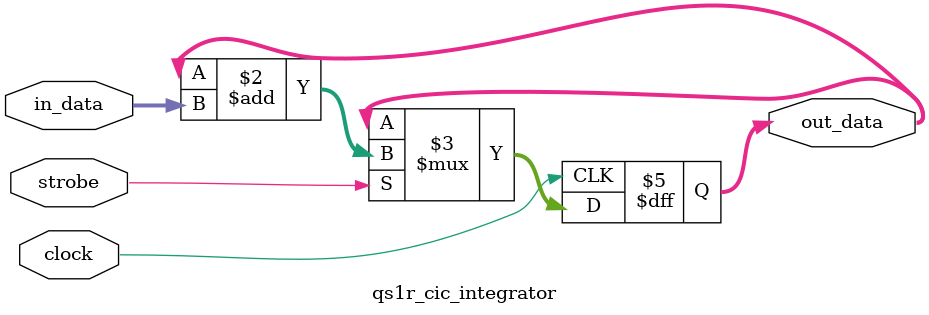
<source format=v>
/*
--------------------------------------------------------------------------------
This library is free software; you can redistribute it and/or
modify it under the terms of the GNU Library General Public
License as published by the Free Software Foundation; either
version 2 of the License, or (at your option) any later version.
This library is distributed in the hope that it will be useful,
but WITHOUT ANY WARRANTY; without even the implied warranty of
MERCHANTABILITY or FITNESS FOR A PARTICULAR PURPOSE.  See the GNU
Library General Public License for more details.
You should have received a copy of the GNU Library General Public
License along with this library; if not, write to the
Free Software Foundation, Inc., 51 Franklin St, Fifth Floor,
Boston, MA  02110-1301, USA.
--------------------------------------------------------------------------------
*/


//------------------------------------------------------------------------------
//           Copyright (c) 2008 Alex Shovkoplyas, VE3NEA
//------------------------------------------------------------------------------



module qs1r_cic_integrator( clock, strobe, in_data,  out_data );

parameter WIDTH = 64;

input clock;
input strobe;
input signed [WIDTH-1:0] in_data;
output reg signed [WIDTH-1:0] out_data;


//initial out_data = 0; // this is NOT a valid RTL statement! Kirk Weedman KD7IRS


always @(posedge clock)
  if (strobe) out_data <= out_data + in_data;


endmodule

</source>
